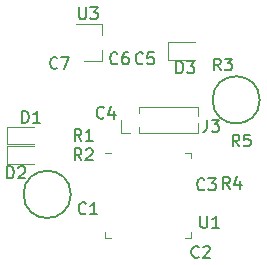
<source format=gbr>
G04 #@! TF.GenerationSoftware,KiCad,Pcbnew,5.1.5+dfsg1-2build2*
G04 #@! TF.CreationDate,2021-02-09T17:16:18+01:00*
G04 #@! TF.ProjectId,base2.0,62617365-322e-4302-9e6b-696361645f70,rev?*
G04 #@! TF.SameCoordinates,Original*
G04 #@! TF.FileFunction,Legend,Top*
G04 #@! TF.FilePolarity,Positive*
%FSLAX46Y46*%
G04 Gerber Fmt 4.6, Leading zero omitted, Abs format (unit mm)*
G04 Created by KiCad (PCBNEW 5.1.5+dfsg1-2build2) date 2021-02-09 17:16:18*
%MOMM*%
%LPD*%
G04 APERTURE LIST*
%ADD10C,0.120000*%
%ADD11C,0.150000*%
G04 APERTURE END LIST*
D10*
G04 #@! TO.C,U1*
X143923500Y-111195500D02*
X143448500Y-111195500D01*
X150668500Y-118415500D02*
X150668500Y-117940500D01*
X150193500Y-118415500D02*
X150668500Y-118415500D01*
X143448500Y-118415500D02*
X143448500Y-117940500D01*
X143923500Y-118415500D02*
X143448500Y-118415500D01*
X150668500Y-111195500D02*
X150668500Y-111670500D01*
X150193500Y-111195500D02*
X150668500Y-111195500D01*
D11*
G04 #@! TO.C,U2*
X156529501Y-106715501D02*
G75*
G03X156529501Y-106715501I-2000000J0D01*
G01*
X140529501Y-114715501D02*
G75*
G03X140529501Y-114715501I-2000000J0D01*
G01*
D10*
G04 #@! TO.C,U3*
X143143000Y-103434000D02*
X141683000Y-103434000D01*
X143143000Y-100274000D02*
X140983000Y-100274000D01*
X143143000Y-100274000D02*
X143143000Y-101204000D01*
X143143000Y-103434000D02*
X143143000Y-102504000D01*
G04 #@! TO.C,J3*
X144782000Y-109517200D02*
X144782000Y-108407200D01*
X145542000Y-109517200D02*
X144782000Y-109517200D01*
X146302000Y-107843729D02*
X146302000Y-107297200D01*
X146302000Y-109517200D02*
X146302000Y-108970671D01*
X146302000Y-107297200D02*
X151317000Y-107297200D01*
X146302000Y-109517200D02*
X151317000Y-109517200D01*
X151317000Y-108099670D02*
X151317000Y-107297200D01*
X151317000Y-109517200D02*
X151317000Y-108714730D01*
G04 #@! TO.C,D3*
X148730600Y-103325600D02*
X151015600Y-103325600D01*
X148730600Y-101855600D02*
X148730600Y-103325600D01*
X151015600Y-101855600D02*
X148730600Y-101855600D01*
G04 #@! TO.C,D2*
X135141500Y-112114000D02*
X137426500Y-112114000D01*
X135141500Y-110644000D02*
X135141500Y-112114000D01*
X137426500Y-110644000D02*
X135141500Y-110644000D01*
G04 #@! TO.C,D1*
X135141500Y-110463000D02*
X137426500Y-110463000D01*
X135141500Y-108993000D02*
X135141500Y-110463000D01*
X137426500Y-108993000D02*
X135141500Y-108993000D01*
G04 #@! TO.C,R5*
D11*
X154796333Y-110661380D02*
X154463000Y-110185190D01*
X154224904Y-110661380D02*
X154224904Y-109661380D01*
X154605857Y-109661380D01*
X154701095Y-109709000D01*
X154748714Y-109756619D01*
X154796333Y-109851857D01*
X154796333Y-109994714D01*
X154748714Y-110089952D01*
X154701095Y-110137571D01*
X154605857Y-110185190D01*
X154224904Y-110185190D01*
X155701095Y-109661380D02*
X155224904Y-109661380D01*
X155177285Y-110137571D01*
X155224904Y-110089952D01*
X155320142Y-110042333D01*
X155558238Y-110042333D01*
X155653476Y-110089952D01*
X155701095Y-110137571D01*
X155748714Y-110232809D01*
X155748714Y-110470904D01*
X155701095Y-110566142D01*
X155653476Y-110613761D01*
X155558238Y-110661380D01*
X155320142Y-110661380D01*
X155224904Y-110613761D01*
X155177285Y-110566142D01*
G04 #@! TO.C,R4*
X154011333Y-114244380D02*
X153678000Y-113768190D01*
X153439904Y-114244380D02*
X153439904Y-113244380D01*
X153820857Y-113244380D01*
X153916095Y-113292000D01*
X153963714Y-113339619D01*
X154011333Y-113434857D01*
X154011333Y-113577714D01*
X153963714Y-113672952D01*
X153916095Y-113720571D01*
X153820857Y-113768190D01*
X153439904Y-113768190D01*
X154868476Y-113577714D02*
X154868476Y-114244380D01*
X154630380Y-113196761D02*
X154392285Y-113911047D01*
X155011333Y-113911047D01*
G04 #@! TO.C,R3*
X153223933Y-104212980D02*
X152890600Y-103736790D01*
X152652504Y-104212980D02*
X152652504Y-103212980D01*
X153033457Y-103212980D01*
X153128695Y-103260600D01*
X153176314Y-103308219D01*
X153223933Y-103403457D01*
X153223933Y-103546314D01*
X153176314Y-103641552D01*
X153128695Y-103689171D01*
X153033457Y-103736790D01*
X152652504Y-103736790D01*
X153557266Y-103212980D02*
X154176314Y-103212980D01*
X153842980Y-103593933D01*
X153985838Y-103593933D01*
X154081076Y-103641552D01*
X154128695Y-103689171D01*
X154176314Y-103784409D01*
X154176314Y-104022504D01*
X154128695Y-104117742D01*
X154081076Y-104165361D01*
X153985838Y-104212980D01*
X153700123Y-104212980D01*
X153604885Y-104165361D01*
X153557266Y-104117742D01*
G04 #@! TO.C,R2*
X141438333Y-111831380D02*
X141105000Y-111355190D01*
X140866904Y-111831380D02*
X140866904Y-110831380D01*
X141247857Y-110831380D01*
X141343095Y-110879000D01*
X141390714Y-110926619D01*
X141438333Y-111021857D01*
X141438333Y-111164714D01*
X141390714Y-111259952D01*
X141343095Y-111307571D01*
X141247857Y-111355190D01*
X140866904Y-111355190D01*
X141819285Y-110926619D02*
X141866904Y-110879000D01*
X141962142Y-110831380D01*
X142200238Y-110831380D01*
X142295476Y-110879000D01*
X142343095Y-110926619D01*
X142390714Y-111021857D01*
X142390714Y-111117095D01*
X142343095Y-111259952D01*
X141771666Y-111831380D01*
X142390714Y-111831380D01*
G04 #@! TO.C,R1*
X141438333Y-110180380D02*
X141105000Y-109704190D01*
X140866904Y-110180380D02*
X140866904Y-109180380D01*
X141247857Y-109180380D01*
X141343095Y-109228000D01*
X141390714Y-109275619D01*
X141438333Y-109370857D01*
X141438333Y-109513714D01*
X141390714Y-109608952D01*
X141343095Y-109656571D01*
X141247857Y-109704190D01*
X140866904Y-109704190D01*
X142390714Y-110180380D02*
X141819285Y-110180380D01*
X142105000Y-110180380D02*
X142105000Y-109180380D01*
X142009761Y-109323238D01*
X141914523Y-109418476D01*
X141819285Y-109466095D01*
G04 #@! TO.C,C7*
X139406333Y-103989142D02*
X139358714Y-104036761D01*
X139215857Y-104084380D01*
X139120619Y-104084380D01*
X138977761Y-104036761D01*
X138882523Y-103941523D01*
X138834904Y-103846285D01*
X138787285Y-103655809D01*
X138787285Y-103512952D01*
X138834904Y-103322476D01*
X138882523Y-103227238D01*
X138977761Y-103132000D01*
X139120619Y-103084380D01*
X139215857Y-103084380D01*
X139358714Y-103132000D01*
X139406333Y-103179619D01*
X139739666Y-103084380D02*
X140406333Y-103084380D01*
X139977761Y-104084380D01*
G04 #@! TO.C,C6*
X144486333Y-103608142D02*
X144438714Y-103655761D01*
X144295857Y-103703380D01*
X144200619Y-103703380D01*
X144057761Y-103655761D01*
X143962523Y-103560523D01*
X143914904Y-103465285D01*
X143867285Y-103274809D01*
X143867285Y-103131952D01*
X143914904Y-102941476D01*
X143962523Y-102846238D01*
X144057761Y-102751000D01*
X144200619Y-102703380D01*
X144295857Y-102703380D01*
X144438714Y-102751000D01*
X144486333Y-102798619D01*
X145343476Y-102703380D02*
X145153000Y-102703380D01*
X145057761Y-102751000D01*
X145010142Y-102798619D01*
X144914904Y-102941476D01*
X144867285Y-103131952D01*
X144867285Y-103512904D01*
X144914904Y-103608142D01*
X144962523Y-103655761D01*
X145057761Y-103703380D01*
X145248238Y-103703380D01*
X145343476Y-103655761D01*
X145391095Y-103608142D01*
X145438714Y-103512904D01*
X145438714Y-103274809D01*
X145391095Y-103179571D01*
X145343476Y-103131952D01*
X145248238Y-103084333D01*
X145057761Y-103084333D01*
X144962523Y-103131952D01*
X144914904Y-103179571D01*
X144867285Y-103274809D01*
G04 #@! TO.C,C5*
X146645333Y-103608142D02*
X146597714Y-103655761D01*
X146454857Y-103703380D01*
X146359619Y-103703380D01*
X146216761Y-103655761D01*
X146121523Y-103560523D01*
X146073904Y-103465285D01*
X146026285Y-103274809D01*
X146026285Y-103131952D01*
X146073904Y-102941476D01*
X146121523Y-102846238D01*
X146216761Y-102751000D01*
X146359619Y-102703380D01*
X146454857Y-102703380D01*
X146597714Y-102751000D01*
X146645333Y-102798619D01*
X147550095Y-102703380D02*
X147073904Y-102703380D01*
X147026285Y-103179571D01*
X147073904Y-103131952D01*
X147169142Y-103084333D01*
X147407238Y-103084333D01*
X147502476Y-103131952D01*
X147550095Y-103179571D01*
X147597714Y-103274809D01*
X147597714Y-103512904D01*
X147550095Y-103608142D01*
X147502476Y-103655761D01*
X147407238Y-103703380D01*
X147169142Y-103703380D01*
X147073904Y-103655761D01*
X147026285Y-103608142D01*
G04 #@! TO.C,C4*
X143343333Y-108205642D02*
X143295714Y-108253261D01*
X143152857Y-108300880D01*
X143057619Y-108300880D01*
X142914761Y-108253261D01*
X142819523Y-108158023D01*
X142771904Y-108062785D01*
X142724285Y-107872309D01*
X142724285Y-107729452D01*
X142771904Y-107538976D01*
X142819523Y-107443738D01*
X142914761Y-107348500D01*
X143057619Y-107300880D01*
X143152857Y-107300880D01*
X143295714Y-107348500D01*
X143343333Y-107396119D01*
X144200476Y-107634214D02*
X144200476Y-108300880D01*
X143962380Y-107253261D02*
X143724285Y-107967547D01*
X144343333Y-107967547D01*
G04 #@! TO.C,C3*
X151852333Y-114276142D02*
X151804714Y-114323761D01*
X151661857Y-114371380D01*
X151566619Y-114371380D01*
X151423761Y-114323761D01*
X151328523Y-114228523D01*
X151280904Y-114133285D01*
X151233285Y-113942809D01*
X151233285Y-113799952D01*
X151280904Y-113609476D01*
X151328523Y-113514238D01*
X151423761Y-113419000D01*
X151566619Y-113371380D01*
X151661857Y-113371380D01*
X151804714Y-113419000D01*
X151852333Y-113466619D01*
X152185666Y-113371380D02*
X152804714Y-113371380D01*
X152471380Y-113752333D01*
X152614238Y-113752333D01*
X152709476Y-113799952D01*
X152757095Y-113847571D01*
X152804714Y-113942809D01*
X152804714Y-114180904D01*
X152757095Y-114276142D01*
X152709476Y-114323761D01*
X152614238Y-114371380D01*
X152328523Y-114371380D01*
X152233285Y-114323761D01*
X152185666Y-114276142D01*
G04 #@! TO.C,C2*
X151369833Y-119991142D02*
X151322214Y-120038761D01*
X151179357Y-120086380D01*
X151084119Y-120086380D01*
X150941261Y-120038761D01*
X150846023Y-119943523D01*
X150798404Y-119848285D01*
X150750785Y-119657809D01*
X150750785Y-119514952D01*
X150798404Y-119324476D01*
X150846023Y-119229238D01*
X150941261Y-119134000D01*
X151084119Y-119086380D01*
X151179357Y-119086380D01*
X151322214Y-119134000D01*
X151369833Y-119181619D01*
X151750785Y-119181619D02*
X151798404Y-119134000D01*
X151893642Y-119086380D01*
X152131738Y-119086380D01*
X152226976Y-119134000D01*
X152274595Y-119181619D01*
X152322214Y-119276857D01*
X152322214Y-119372095D01*
X152274595Y-119514952D01*
X151703166Y-120086380D01*
X152322214Y-120086380D01*
G04 #@! TO.C,C1*
X141819333Y-116308142D02*
X141771714Y-116355761D01*
X141628857Y-116403380D01*
X141533619Y-116403380D01*
X141390761Y-116355761D01*
X141295523Y-116260523D01*
X141247904Y-116165285D01*
X141200285Y-115974809D01*
X141200285Y-115831952D01*
X141247904Y-115641476D01*
X141295523Y-115546238D01*
X141390761Y-115451000D01*
X141533619Y-115403380D01*
X141628857Y-115403380D01*
X141771714Y-115451000D01*
X141819333Y-115498619D01*
X142771714Y-116403380D02*
X142200285Y-116403380D01*
X142486000Y-116403380D02*
X142486000Y-115403380D01*
X142390761Y-115546238D01*
X142295523Y-115641476D01*
X142200285Y-115689095D01*
G04 #@! TO.C,U1*
X151511095Y-116546380D02*
X151511095Y-117355904D01*
X151558714Y-117451142D01*
X151606333Y-117498761D01*
X151701571Y-117546380D01*
X151892047Y-117546380D01*
X151987285Y-117498761D01*
X152034904Y-117451142D01*
X152082523Y-117355904D01*
X152082523Y-116546380D01*
X153082523Y-117546380D02*
X152511095Y-117546380D01*
X152796809Y-117546380D02*
X152796809Y-116546380D01*
X152701571Y-116689238D01*
X152606333Y-116784476D01*
X152511095Y-116832095D01*
G04 #@! TO.C,U3*
X141224095Y-98893380D02*
X141224095Y-99702904D01*
X141271714Y-99798142D01*
X141319333Y-99845761D01*
X141414571Y-99893380D01*
X141605047Y-99893380D01*
X141700285Y-99845761D01*
X141747904Y-99798142D01*
X141795523Y-99702904D01*
X141795523Y-98893380D01*
X142176476Y-98893380D02*
X142795523Y-98893380D01*
X142462190Y-99274333D01*
X142605047Y-99274333D01*
X142700285Y-99321952D01*
X142747904Y-99369571D01*
X142795523Y-99464809D01*
X142795523Y-99702904D01*
X142747904Y-99798142D01*
X142700285Y-99845761D01*
X142605047Y-99893380D01*
X142319333Y-99893380D01*
X142224095Y-99845761D01*
X142176476Y-99798142D01*
G04 #@! TO.C,J3*
X152066666Y-108418380D02*
X152066666Y-109132666D01*
X152019047Y-109275523D01*
X151923809Y-109370761D01*
X151780952Y-109418380D01*
X151685714Y-109418380D01*
X152447619Y-108418380D02*
X153066666Y-108418380D01*
X152733333Y-108799333D01*
X152876190Y-108799333D01*
X152971428Y-108846952D01*
X153019047Y-108894571D01*
X153066666Y-108989809D01*
X153066666Y-109227904D01*
X153019047Y-109323142D01*
X152971428Y-109370761D01*
X152876190Y-109418380D01*
X152590476Y-109418380D01*
X152495238Y-109370761D01*
X152447619Y-109323142D01*
G04 #@! TO.C,D3*
X149477504Y-104465380D02*
X149477504Y-103465380D01*
X149715600Y-103465380D01*
X149858457Y-103513000D01*
X149953695Y-103608238D01*
X150001314Y-103703476D01*
X150048933Y-103893952D01*
X150048933Y-104036809D01*
X150001314Y-104227285D01*
X149953695Y-104322523D01*
X149858457Y-104417761D01*
X149715600Y-104465380D01*
X149477504Y-104465380D01*
X150382266Y-103465380D02*
X151001314Y-103465380D01*
X150667980Y-103846333D01*
X150810838Y-103846333D01*
X150906076Y-103893952D01*
X150953695Y-103941571D01*
X151001314Y-104036809D01*
X151001314Y-104274904D01*
X150953695Y-104370142D01*
X150906076Y-104417761D01*
X150810838Y-104465380D01*
X150525123Y-104465380D01*
X150429885Y-104417761D01*
X150382266Y-104370142D01*
G04 #@! TO.C,D2*
X135151904Y-113355380D02*
X135151904Y-112355380D01*
X135390000Y-112355380D01*
X135532857Y-112403000D01*
X135628095Y-112498238D01*
X135675714Y-112593476D01*
X135723333Y-112783952D01*
X135723333Y-112926809D01*
X135675714Y-113117285D01*
X135628095Y-113212523D01*
X135532857Y-113307761D01*
X135390000Y-113355380D01*
X135151904Y-113355380D01*
X136104285Y-112450619D02*
X136151904Y-112403000D01*
X136247142Y-112355380D01*
X136485238Y-112355380D01*
X136580476Y-112403000D01*
X136628095Y-112450619D01*
X136675714Y-112545857D01*
X136675714Y-112641095D01*
X136628095Y-112783952D01*
X136056666Y-113355380D01*
X136675714Y-113355380D01*
G04 #@! TO.C,D1*
X136421904Y-108656380D02*
X136421904Y-107656380D01*
X136660000Y-107656380D01*
X136802857Y-107704000D01*
X136898095Y-107799238D01*
X136945714Y-107894476D01*
X136993333Y-108084952D01*
X136993333Y-108227809D01*
X136945714Y-108418285D01*
X136898095Y-108513523D01*
X136802857Y-108608761D01*
X136660000Y-108656380D01*
X136421904Y-108656380D01*
X137945714Y-108656380D02*
X137374285Y-108656380D01*
X137660000Y-108656380D02*
X137660000Y-107656380D01*
X137564761Y-107799238D01*
X137469523Y-107894476D01*
X137374285Y-107942095D01*
G04 #@! TD*
M02*

</source>
